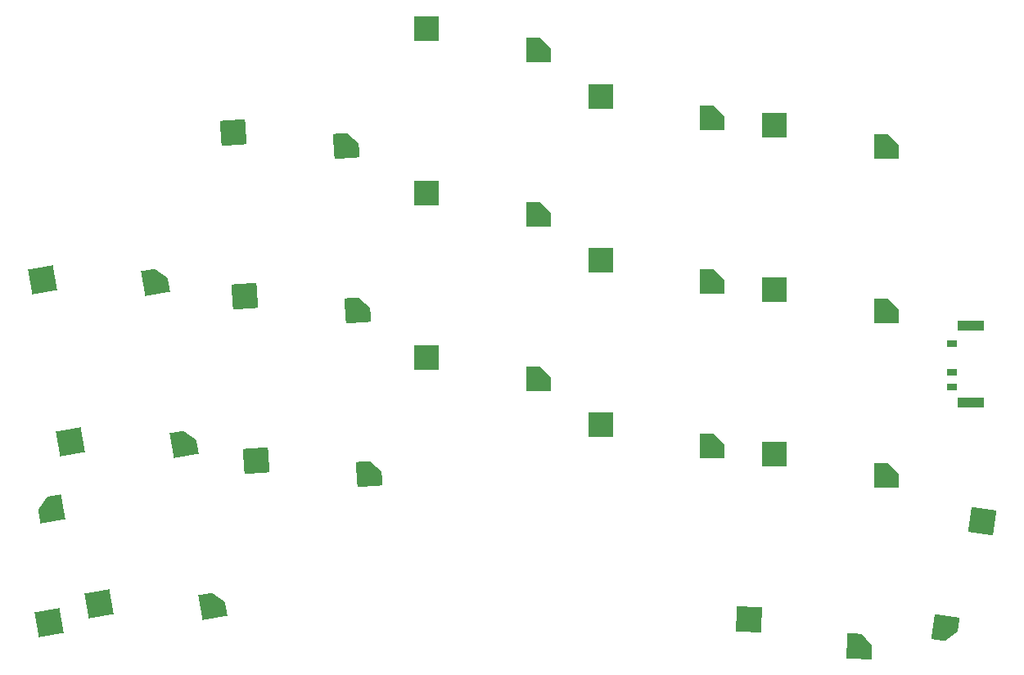
<source format=gbr>
%TF.GenerationSoftware,KiCad,Pcbnew,9.0.0*%
%TF.CreationDate,2025-05-15T16:18:32+09:00*%
%TF.ProjectId,xylo,78796c6f-2e6b-4696-9361-645f70636258,rev?*%
%TF.SameCoordinates,Original*%
%TF.FileFunction,Paste,Bot*%
%TF.FilePolarity,Positive*%
%FSLAX46Y46*%
G04 Gerber Fmt 4.6, Leading zero omitted, Abs format (unit mm)*
G04 Created by KiCad (PCBNEW 9.0.0) date 2025-05-15 16:18:32*
%MOMM*%
%LPD*%
G01*
G04 APERTURE LIST*
G04 Aperture macros list*
%AMRotRect*
0 Rectangle, with rotation*
0 The origin of the aperture is its center*
0 $1 length*
0 $2 width*
0 $3 Rotation angle, in degrees counterclockwise*
0 Add horizontal line*
21,1,$1,$2,0,0,$3*%
%AMOutline5P*
0 Free polygon, 5 corners , with rotation*
0 The origin of the aperture is its center*
0 number of corners: always 5*
0 $1 to $10 corner X, Y*
0 $11 Rotation angle, in degrees counterclockwise*
0 create outline with 5 corners*
4,1,5,$1,$2,$3,$4,$5,$6,$7,$8,$9,$10,$1,$2,$11*%
%AMOutline6P*
0 Free polygon, 6 corners , with rotation*
0 The origin of the aperture is its center*
0 number of corners: always 6*
0 $1 to $12 corner X, Y*
0 $13 Rotation angle, in degrees counterclockwise*
0 create outline with 6 corners*
4,1,6,$1,$2,$3,$4,$5,$6,$7,$8,$9,$10,$11,$12,$1,$2,$13*%
%AMOutline7P*
0 Free polygon, 7 corners , with rotation*
0 The origin of the aperture is its center*
0 number of corners: always 7*
0 $1 to $14 corner X, Y*
0 $15 Rotation angle, in degrees counterclockwise*
0 create outline with 7 corners*
4,1,7,$1,$2,$3,$4,$5,$6,$7,$8,$9,$10,$11,$12,$13,$14,$1,$2,$15*%
%AMOutline8P*
0 Free polygon, 8 corners , with rotation*
0 The origin of the aperture is its center*
0 number of corners: always 8*
0 $1 to $16 corner X, Y*
0 $17 Rotation angle, in degrees counterclockwise*
0 create outline with 8 corners*
4,1,8,$1,$2,$3,$4,$5,$6,$7,$8,$9,$10,$11,$12,$13,$14,$15,$16,$1,$2,$17*%
G04 Aperture macros list end*
%ADD10RotRect,2.600000X2.600000X4.000000*%
%ADD11Outline5P,-1.300000X1.300000X0.130000X1.300000X1.300000X0.130000X1.300000X-1.300000X-1.300000X-1.300000X4.000000*%
%ADD12R,2.600000X2.600000*%
%ADD13Outline5P,-1.300000X1.300000X0.130000X1.300000X1.300000X0.130000X1.300000X-1.300000X-1.300000X-1.300000X0.000000*%
%ADD14RotRect,2.600000X2.600000X100.000000*%
%ADD15Outline5P,-1.300000X1.300000X0.130000X1.300000X1.300000X0.130000X1.300000X-1.300000X-1.300000X-1.300000X100.000000*%
%ADD16RotRect,2.600000X2.600000X10.000000*%
%ADD17Outline5P,-1.300000X1.300000X0.130000X1.300000X1.300000X0.130000X1.300000X-1.300000X-1.300000X-1.300000X10.000000*%
%ADD18R,1.000000X0.700000*%
%ADD19R,2.800000X1.000000*%
%ADD20RotRect,2.600000X2.600000X262.000000*%
%ADD21Outline5P,-1.300000X1.300000X0.130000X1.300000X1.300000X0.130000X1.300000X-1.300000X-1.300000X-1.300000X262.000000*%
%ADD22RotRect,2.600000X2.600000X357.000000*%
%ADD23Outline5P,-1.300000X1.300000X0.130000X1.300000X1.300000X0.130000X1.300000X-1.300000X-1.300000X-1.300000X357.000000*%
G04 APERTURE END LIST*
D10*
%TO.C,SW2*%
X171763744Y-80493100D03*
D11*
X183439073Y-81882054D03*
%TD*%
D12*
%TO.C,SW9*%
X209725000Y-93750000D03*
D13*
X221275000Y-95950000D03*
%TD*%
D14*
%TO.C,SW16*%
X152647968Y-131226103D03*
D15*
X152808908Y-119469548D03*
%TD*%
D12*
%TO.C,SW5*%
X227725000Y-79750000D03*
D13*
X239275000Y-81950000D03*
%TD*%
D10*
%TO.C,SW12*%
X174135744Y-114411100D03*
D11*
X185811073Y-115800054D03*
%TD*%
D10*
%TO.C,SW7*%
X172949744Y-97452100D03*
D11*
X184625073Y-98841054D03*
%TD*%
D16*
%TO.C,SW11*%
X157861897Y-129265968D03*
D17*
X169618452Y-129426908D03*
%TD*%
D18*
%TO.C,PSW1*%
X246100000Y-102350000D03*
X246100000Y-105350000D03*
X246100000Y-106850000D03*
D19*
X248000000Y-108450000D03*
X248000000Y-100500000D03*
%TD*%
D20*
%TO.C,SW18*%
X249203152Y-120678633D03*
D21*
X245417113Y-131810048D03*
%TD*%
D16*
%TO.C,SW6*%
X154909897Y-112523968D03*
D17*
X166666452Y-112684908D03*
%TD*%
D12*
%TO.C,SW15*%
X227725000Y-113750000D03*
D13*
X239275000Y-115950000D03*
%TD*%
D12*
%TO.C,SW8*%
X191725000Y-86750000D03*
D13*
X203275000Y-88950000D03*
%TD*%
D12*
%TO.C,SW4*%
X209725000Y-76750000D03*
D13*
X221275000Y-78950000D03*
%TD*%
D12*
%TO.C,SW10*%
X227725000Y-96750000D03*
D13*
X239275000Y-98950000D03*
%TD*%
D12*
%TO.C,SW3*%
X191725000Y-69750000D03*
D13*
X203275000Y-71950000D03*
%TD*%
D22*
%TO.C,SW17*%
X225083081Y-130870781D03*
D23*
X236502113Y-133672246D03*
%TD*%
D12*
%TO.C,SW14*%
X209725000Y-110750000D03*
D13*
X221275000Y-112950000D03*
%TD*%
D16*
%TO.C,SW1*%
X151957897Y-95781968D03*
D17*
X163714452Y-95942908D03*
%TD*%
D12*
%TO.C,SW13*%
X191725000Y-103750000D03*
D13*
X203275000Y-105950000D03*
%TD*%
M02*

</source>
